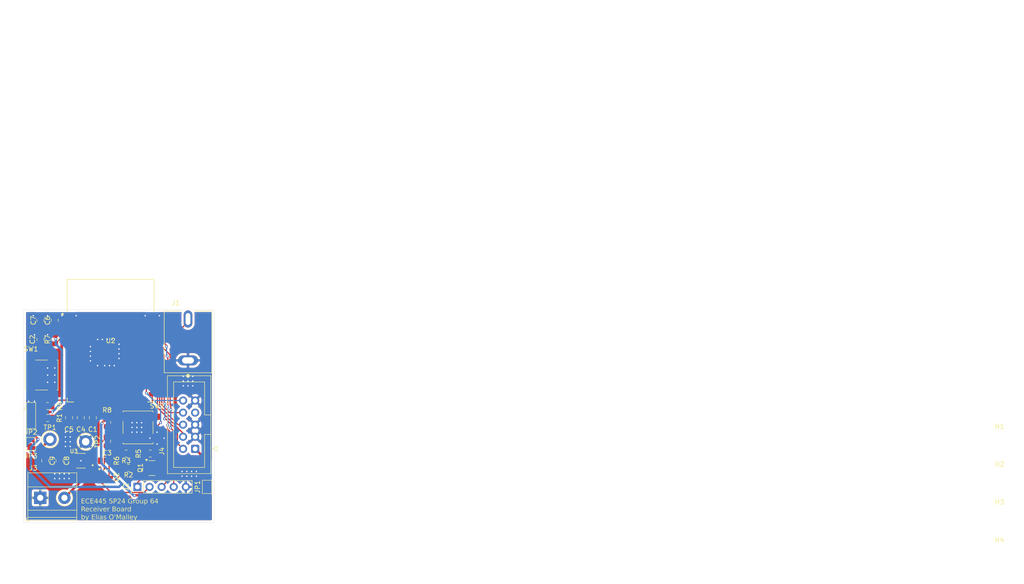
<source format=kicad_pcb>
(kicad_pcb (version 20240108) (generator "pcbnew") (generator_version "8.0")
  (layers (0 "F.Cu" signal) (31 "B.Cu" signal) (34 "B.Paste" user) (35 "F.Paste" user) (36 "B.SilkS" user "B.Silkscreen") (37 "F.SilkS" user "F.Silkscreen") (38 "B.Mask" user) (39 "F.Mask" user) (44 "Edge.Cuts" user))
  (net 0 "")
  (net 1 "GND")
  (net 2 "+BATT")
  (net 3 "/CHIP_PU")
  (net 4 "/GPIO0_STRAPPING")
  (net 5 "+3V3")
  (net 6 "Net-(JP3-A)")
  (net 7 "/DTR")
  (net 8 "/TX")
  (net 9 "/RTS")
  (net 10 "/RX")
  (net 11 "/MTMS")
  (net 12 "/MTDO")
  (net 13 "/MTDI")
  (net 14 "/MTCK")
  (net 15 "/CSV_OUT")
  (net 16 "Net-(JP2-C)")
  (net 17 "Net-(Q2-C)")
  (net 18 "Net-(Q2-B)")
  (net 20 "Net-(J4-VTref)")
  (net 21 "/GPIO46_STRAPPING")
  (net 22 "/GPIO3_STRAPPING")
  (net 23 "/GPIO5")
  (net 24 "/GPIO7")
  (net 25 "/GPIO48")
  (net 26 "/GPIO12")
  (net 27 "/GPIO45_STRAPPING")
  (net 28 "/GPIO11")
  (net 29 "/GPIO24")
  (net 30 "/GPIO9")
  (net 31 "/GPIO14")
  (net 32 "/GPIO18")
  (net 33 "/GPIO1")
  (net 34 "/GPIO17")
  (net 35 "/GPIO4")
  (net 36 "/GPIO8")
  (net 37 "/GPIO16")
  (net 38 "/GPIO15")
  (net 39 "/GPIO38")
  (net 40 "/GPIO10")
  (net 41 "/GPIO29")
  (net 42 "/GPIO37")
  (net 43 "/GPIO19")
  (net 44 "/GPIO20")
  (net 45 "/GPIO21")
  (net 46 "/GPIO23")
  (net 47 "/GPIO6")
  (net 48 "/GPIO28")
  (net 49 "Net-(Q1-C)")
  (net 50 "Net-(Q1-B)")
  (footprint "Capacitor_SMD:C_0805_2012Metric" (layer "F.Cu") (at 84.47 69.45 -90)
    (property "Reference" "C4" (at 2.45 -0.03 180) (layer "F.SilkS"))
    (property "Value" "10u")
    (pad "1" smd roundrect (at -0.95 0 270) (size 1 1.45) (layers "F.Cu" "F.Paste" "F.Mask") (net 2 "+BATT"))
    (pad "2" smd roundrect (at 0.95 0 270) (size 1 1.45) (layers "F.Cu" "F.Paste" "F.Mask") (net 1 "GND"))
  )
  (footprint "TerminalBlock_Phoenix:TerminalBlock_Phoenix_MKDS-1,5-2-5.08_1x02_P5.08mm_Horizontal" (layer "F.Cu") (at 75.955 86.305)
    (property "Reference" "J3" (at -1.455 -6.26 360) (layer "F.SilkS"))
    (property "Value" "Screw_Terminal_01x02")
    (pad "1" thru_hole rect (at 0 0) (size 2.6 2.6) (drill 1.3) (layers "*.Cu" "*.Mask") (net 1 "GND"))
    (pad "2" thru_hole circle (at 5.08 0) (size 2.6 2.6) (drill 1.3) (layers "*.Cu" "*.Mask") (net 2 "+BATT"))
  )
  (footprint "Capacitor_SMD:C_0805_2012Metric" (layer "F.Cu") (at 82 69.45 -90)
    (property "Reference" "C5" (at 2.45 0 180) (layer "F.SilkS"))
    (property "Value" "100n")
    (pad "1" smd roundrect (at -0.95 0 270) (size 1 1.45) (layers "F.Cu" "F.Paste" "F.Mask") (net 2 "+BATT"))
    (pad "2" smd roundrect (at 0.95 0 270) (size 1 1.45) (layers "F.Cu" "F.Paste" "F.Mask") (net 1 "GND"))
  )
  (footprint "Capacitor_SMD:C_0805_2012Metric" (layer "F.Cu") (at 79 48.95 90)
    (property "Reference" "C6" (at -0.05 -1.5 90) (layer "F.SilkS"))
    (property "Value" "10u")
    (pad "1" smd roundrect (at -0.95 0 90) (size 1 1.45) (layers "F.Cu" "F.Paste" "F.Mask") (net 5 "+3V3"))
    (pad "2" smd roundrect (at 0.95 0 90) (size 1 1.45) (layers "F.Cu" "F.Paste" "F.Mask") (net 1 "GND"))
  )
  (footprint "Resistor_SMD:R_0805_2012Metric" (layer "F.Cu") (at 94 77 180)
    (property "Reference" "R3" (at 0 -1.5 0) (layer "F.SilkS"))
    (property "Value" "10k")
    (pad "1" smd roundrect (at -0.9125 0 180) (size 1.025 1.4) (layers "F.Cu" "F.Paste" "F.Mask") (roundrect_rratio 0.243902) (net 9 "/RTS"))
    (pad "2" smd roundrect (at 0.9125 0 180) (size 1.025 1.4) (layers "F.Cu" "F.Paste" "F.Mask") (roundrect_rratio 0.243902) (net 18 "Net-(Q2-B)"))
  )
  (footprint "Resistor_SMD:R_0805_2012Metric" (layer "F.Cu") (at 77.5 69.5 180)
    (property "Reference" "R1" (at -2.5 0 270) (layer "F.SilkS"))
    (property "Value" "1k")
    (pad "1" smd roundrect (at -0.9125 0 180) (size 1.025 1.4) (layers "F.Cu" "F.Paste" "F.Mask") (roundrect_rratio 0.243902) (net 21 "/GPIO46_STRAPPING"))
    (pad "2" smd roundrect (at 0.9125 0 180) (size 1.025 1.4) (layers "F.Cu" "F.Paste" "F.Mask") (roundrect_rratio 0.243902) (net 5 "+3V3"))
  )
  (footprint "Resistor_SMD:R_0805_2012Metric" (layer "F.Cu") (at 77.5 67 180)
    (property "Reference" "R4" (at -2.5875 0 270) (layer "F.SilkS"))
    (property "Value" "1k")
    (pad "1" smd roundrect (at -0.9125 0 180) (size 1.025 1.4) (layers "F.Cu" "F.Paste" "F.Mask") (roundrect_rratio 0.243902) (net 22 "/GPIO3_STRAPPING"))
    (pad "2" smd roundrect (at 0.9125 0 180) (size 1.025 1.4) (layers "F.Cu" "F.Paste" "F.Mask") (roundrect_rratio 0.243902) (net 16 "Net-(JP2-C)"))
  )
  (footprint "Capacitor_SMD:C_0805_2012Metric" (layer "F.Cu") (at 77 78.5 90)
    (property "Reference" "C9" (at 0 1.5 90) (layer "F.SilkS"))
    (property "Value" "33u")
    (pad "1" smd roundrect (at -0.95 0 90) (size 1 1.45) (layers "F.Cu" "F.Paste" "F.Mask") (net 6 "Net-(JP3-A)"))
    (pad "2" smd roundrect (at 0.95 0 90) (size 1 1.45) (layers "F.Cu" "F.Paste" "F.Mask") (net 1 "GND"))
  )
  (footprint "csv_conn:SOT95P285X140-5N" (layer "F.Cu") (at 84.5 78.5 180)
    (property "Reference" "U3" (at 1.5 2 180) (layer "F.SilkS") (effects (font (size 0.80263 0.80263))))
    (property "Value" "AP2112K-3.3TRG1")
    (pad "1" smd roundrect (at -1.185 -0.95 90) (size 0.6 1.35) (layers "F.Cu" "F.Paste" "F.Mask") (roundrect_rratio 0.1) (net 2 "+BATT"))
    (pad "2" smd roundrect (at -1.185 0 90) (size 0.6 1.35) (layers "F.Cu" "F.Paste" "F.Mask") (roundrect_rratio 0.1) (net 1 "GND"))
    (pad "3" smd roundrect (at -1.185 0.95 90) (size 0.6 1.35) (layers "F.Cu" "F.Paste" "F.Mask") (roundrect_rratio 0.1) (net 2 "+BATT"))
    (pad "4" smd roundrect (at 1.185 0.95 90) (size 0.6 1.35) (layers "F.Cu" "F.Paste" "F.Mask") (roundrect_rratio 0.1))
    (pad "5" smd roundrect (at 1.185 -0.95 90) (size 0.6 1.35) (layers "F.Cu" "F.Paste" "F.Mask") (roundrect_rratio 0.1) (net 6 "Net-(JP3-A)"))
  )
  (footprint "Resistor_SMD:R_0805_2012Metric" (layer "F.Cu") (at 94.5 80)
    (property "Reference" "R2" (at 0 1.5 180) (layer "F.SilkS"))
    (property "Value" "10k")
    (pad "1" smd roundrect (at -0.9125 0) (size 1.025 1.4) (layers "F.Cu" "F.Paste" "F.Mask") (roundrect_rratio 0.243902) (net 7 "/DTR"))
    (pad "2" smd roundrect (at 0.9125 0) (size 1.025 1.4) (layers "F.Cu" "F.Paste" "F.Mask") (roundrect_rratio 0.243902) (net 50 "Net-(Q1-B)"))
  )
  (footprint "Resistor_SMD:R_0805_2012Metric" (layer "F.Cu") (at 90 70.4125 -90)
    (property "Reference" "R8" (at -2.55 0 180) (layer "F.SilkS"))
    (property "Value" "100k")
    (pad "1" smd roundrect (at -0.9125 0 270) (size 1.025 1.4) (layers "F.Cu" "F.Paste" "F.Mask") (roundrect_rratio 0.243902) (net 5 "+3V3"))
    (pad "2" smd roundrect (at 0.9125 0 270) (size 1.025 1.4) (layers "F.Cu" "F.Paste" "F.Mask") (roundrect_rratio 0.243902) (net 4 "/GPIO0_STRAPPING"))
  )
  (footprint "Connector_IDC:IDC-Header_2x05_P2.54mm_Vertical" (layer "F.Cu") (at 108.5 76 180)
    (property "Reference" "J4" (at 7 -0.5 -90) (layer "F.SilkS"))
    (property "Value" "Conn_ARM_JTAG_SWD_10")
    (pad "1" thru_hole roundrect (at 0 0 180) (size 1.7 1.7) (drill 1) (layers "*.Cu" "*.Mask") (roundrect_rratio 0.147059) (net 20 "Net-(J4-VTref)"))
    (pad "2" thru_hole circle (at 2.54 0 180) (size 1.7 1.7) (drill 1) (layers "*.Cu" "*.Mask") (net 11 "/MTMS"))
    (pad "3" thru_hole circle (at 0 2.54 180) (size 1.7 1.7) (drill 1) (layers "*.Cu" "*.Mask") (net 1 "GND"))
    (pad "4" thru_hole circle (at 2.54 2.54 180) (size 1.7 1.7) (drill 1) (layers "*.Cu" "*.Mask") (net 14 "/MTCK"))
    (pad "5" thru_hole circle (at 0 5.08 180) (size 1.7 1.7) (drill 1) (layers "*.Cu" "*.Mask") (net 1 "GND"))
    (pad "6" thru_hole circle (at 2.54 5.08 180) (size 1.7 1.7) (drill 1) (layers "*.Cu" "*.Mask") (net 12 "/MTDO"))
    (pad "7" thru_hole circle (at 0 7.62 180) (size 1.7 1.7) (drill 1) (layers "*.Cu" "*.Mask"))
    (pad "8" thru_hole circle (at 2.54 7.62 180) (size 1.7 1.7) (drill 1) (layers "*.Cu" "*.Mask") (net 13 "/MTDI"))
    (pad "9" thru_hole circle (at 0 10.16 180) (size 1.7 1.7) (drill 1) (layers "*.Cu" "*.Mask") (net 1 "GND"))
    (pad "10" thru_hole circle (at 2.54 10.16 180) (size 1.7 1.7) (drill 1) (layers "*.Cu" "*.Mask") (net 3 "/CHIP_PU"))
  )
  (footprint "Jumper:SolderJumper-2_P1.3mm_Open_TrianglePad1.0x1.5mm" (layer "F.Cu") (at 74 75 90)
    (property "Reference" "JP3" (at -2.5 0 0) (layer "F.SilkS"))
    (property "Value" "SolderJumper_2_Open")
    (pad "1" smd custom (at -0.725 0 90) (size 0.3 0.3) (layers "F.Cu" "F.Mask") (net 6 "Net-(JP3-A)") (options (clearance outline) (anchor rect)) (primitives (gr_poly (pts (xy 1 0) (xy 0.5 0.75) (xy -0.5 0.75) (xy -0.5 -0.75) (xy 0.5 -0.75)) (width 0) (fill yes))))
    (pad "2" smd custom (at 0.725 0 90) (size 0.3 0.3) (layers "F.Cu" "F.Mask") (net 5 "+3V3") (options (clearance outline) (anchor rect)) (primitives (gr_poly (pts (xy 0.5 0.75) (xy -0.65 0.75) (xy -0.15 0) (xy -0.65 -0.75) (xy 0.5 -0.75)) (width 0) (fill yes))))
  )
  (footprint "Jumper:SolderJumper-2_P1.3mm_Open_TrianglePad1.0x1.5mm" (layer "F.Cu") (at 111 84 90)
    (property "Reference" "JP1" (at 0 -2 270) (layer "F.SilkS"))
    (property "Value" "SolderJumper_2_Open")
    (pad "1" smd custom (at -0.725 0 90) (size 0.3 0.3) (layers "F.Cu" "F.Mask") (net 5 "+3V3") (options (clearance outline) (anchor rect)) (primitives (gr_poly (pts (xy 1 0) (xy 0.5 0.75) (xy -0.5 0.75) (xy -0.5 -0.75) (xy 0.5 -0.75)) (width 0) (fill yes))))
    (pad "2" smd custom (at 0.725 0 90) (size 0.3 0.3) (layers "F.Cu" "F.Mask") (net 20 "Net-(J4-VTref)") (options (clearance outline) (anchor rect)) (primitives (gr_poly (pts (xy 0.5 0.75) (xy -0.65 0.75) (xy -0.15 0) (xy -0.65 -0.75) (xy 0.5 -0.75)) (width 0) (fill yes))))
  )
  (footprint "Resistor_SMD:R_0805_2012Metric" (layer "F.Cu") (at 79 53 -90)
    (property "Reference" "R7" (at 0 1.5 -90) (layer "F.SilkS"))
    (property "Value" "100k")
    (pad "1" smd roundrect (at -0.9125 0 270) (size 1.025 1.4) (layers "F.Cu" "F.Paste" "F.Mask") (roundrect_rratio 0.243902) (net 5 "+3V3"))
    (pad "2" smd roundrect (at 0.9125 0 270) (size 1.025 1.4) (layers "F.Cu" "F.Paste" "F.Mask") (roundrect_rratio 0.243902) (net 3 "/CHIP_PU"))
  )
  (footprint "Capacitor_SMD:C_0805_2012Metric" (layer "F.Cu") (at 76 49 90)
    (property "Reference" "C7" (at 0 -1.5 -90) (layer "F.SilkS"))
    (property "Value" "100n")
    (pad "1" smd roundrect (at -0.95 0 90) (size 1 1.45) (layers "F.Cu" "F.Paste" "F.Mask") (net 5 "+3V3"))
    (pad "2" smd roundrect (at 0.95 0 90) (size 1 1.45) (layers "F.Cu" "F.Paste" "F.Mask") (net 1 "GND"))
  )
  (footprint "Capacitor_SMD:C_0805_2012Metric" (layer "F.Cu") (at 76 53 90)
    (property "Reference" "C2" (at 0 -1.68 -90) (layer "F.SilkS"))
    (property "Value" "1u")
    (pad "1" smd roundrect (at -0.95 0 90) (size 1 1.45) (layers "F.Cu" "F.Paste" "F.Mask") (net 3 "/CHIP_PU"))
    (pad "2" smd roundrect (at 0.95 0 90) (size 1 1.45) (layers "F.Cu" "F.Paste" "F.Mask") (net 1 "GND"))
  )
  (footprint "Button_Switch_SMD:SW_SPST_B3S-1000" (layer "F.Cu") (at 96.5 71.5 180)
    (property "Reference" "SW2" (at -4 4.5 0) (layer "F.SilkS"))
    (property "Value" "SW_Push")
    (pad "1" smd rect (at -3.975 -2.25 180) (size 1.55 1.3) (layers "F.Cu" "F.Paste" "F.Mask") (net 1 "GND"))
    (pad "1" smd rect (at 3.975 -2.25 180) (size 1.55 1.3) (layers "F.Cu" "F.Paste" "F.Mask") (net 1 "GND"))
    (pad "2" smd rect (at -3.975 2.25 180) (size 1.55 1.3) (layers "F.Cu" "F.Paste" "F.Mask") (net 4 "/GPIO0_STRAPPING"))
    (pad "2" smd rect (at 3.975 2.25 180) (size 1.55 1.3) (layers "F.Cu" "F.Paste" "F.Mask") (net 4 "/GPIO0_STRAPPING"))
  )
  (footprint "MountingHole:MountingHole_3.2mm_M3" (layer "F.Cu") (at 277.5 91.4)
    (property "Reference" "H3" (at 0 -4.2 0) (layer "F.SilkS"))
    (property "Value" "MountingHole")
    (pad "" np_thru_hole circle (at 0 0) (size 3.2 3.2) (drill 3.2) (layers "*.Cu" "*.Mask"))
  )
  (footprint "Capacitor_SMD:C_0805_2012Metric" (layer "F.Cu") (at 90 74.4125 -90)
    (property "Reference" "C3" (at 2.45 0 180) (layer "F.SilkS"))
    (property "Value" "1u")
    (pad "1" smd roundrect (at -0.95 0 270) (size 1 1.45) (layers "F.Cu" "F.Paste" "F.Mask") (net 4 "/GPIO0_STRAPPING"))
    (pad "2" smd roundrect (at 0.95 0 270) (size 1 1.45) (layers "F.Cu" "F.Paste" "F.Mask") (net 1 "GND"))
  )
  (footprint "Button_Switch_SMD:SW_SPST_B3S-1000" (layer "F.Cu") (at 76.25 60.475 -90)
    (property "Reference" "SW1" (at -5.475 2.25 180) (layer "F.SilkS"))
    (property "Value" "SW_Push")
    (pad "1" smd rect (at -3.975 -2.25 270) (size 1.55 1.3) (layers "F.Cu" "F.Paste" "F.Mask") (net 1 "GND"))
    (pad "1" smd rect (at 3.975 -2.25 270) (size 1.55 1.3) (layers "F.Cu" "F.Paste" "F.Mask") (net 1 "GND"))
    (pad "2" smd rect (at -3.975 2.25 270) (size 1.55 1.3) (layers "F.Cu" "F.Paste" "F.Mask") (net 3 "/CHIP_PU"))
    (pad "2" smd rect (at 3.975 2.25 270) (size 1.55 1.3) (layers "F.Cu" "F.Paste" "F.Mask") (net 3 "/CHIP_PU"))
  )
  (footprint "csv_conn:CUI_RCJ-054" (layer "F.Cu") (at 107 52)
    (property "Reference" "J1" (at -2.54665 -6.69173 0) (layer "F.SilkS") (effects (font (size 1.007039 1.007039))))
    (property "Value" "RCJ-054")
    (pad "1" thru_hole oval (at 0 5.4) (size 4.2 2.1) (drill oval 2.5 1.3) (layers "*.Cu" "*.Mask") (net 1 "GND"))
    (pad "2" thru_hole oval (at 0 -3.3) (size 1.8 3.6) (drill oval 1 2.5) (layers "*.Cu" "*.Mask") (net 15 "/CSV_OUT"))
  )
  (footprint "local_footprints:ESP32-S3-WROOM-1_EXP" (layer "F.Cu") (at 90.75 53.26)
    (property "Reference" "U2" (at 0 0 0) (layer "F.SilkS"))
    (property "Value" "ESP32-S3-WROOM-1-N16R2")
    (fp_text user "*" (at -10.1343 -5.26 0) (layer "F.SilkS"))
    (fp_text user "*" (at -10.1343 -5.26 0) (layer "F.SilkS"))
    (pad "1" smd rect (at -8.75 -5.26) (size 1.4986 0.889) (layers "F.Cu" "F.Paste" "F.Mask") (net 1 "GND"))
    (pad "2" smd rect (at -8.75 -3.99) (size 1.4986 0.889) (layers "F.Cu" "F.Paste" "F.Mask") (net 5 "+3V3"))
    (pad "3" smd rect (at -8.75 -2.72) (size 1.4986 0.889) (layers "F.Cu" "F.Paste" "F.Mask") (net 3 "/CHIP_PU"))
    (pad "4" smd rect (at -8.75 -1.45) (size 1.4986 0.889) (layers "F.Cu" "F.Paste" "F.Mask") (net 35 "/GPIO4"))
    (pad "5" smd rect (at -8.75 -0.18) (size 1.4986 0.889) (layers "F.Cu" "F.Paste" "F.Mask") (net 23 "/GPIO5"))
    (pad "6" smd rect (at -8.75 1.09) (size 1.4986 0.889) (layers "F.Cu" "F.Paste" "F.Mask") (net 47 "/GPIO6"))
    (pad "7" smd rect (at -8.75 2.36) (size 1.4986 0.889) (layers "F.Cu" "F.Paste" "F.Mask") (net 24 "/GPIO7"))
    (pad "8" smd rect (at -8.75 3.63) (size 1.4986 0.889) (layers "F.Cu" "F.Paste" "F.Mask") (net 38 "/GPIO15"))
    (pad "9" smd rect (at -8.75 4.9) (size 1.4986 0.889) (layers "F.Cu" "F.Paste" "F.Mask") (net 37 "/GPIO16"))
    (pad "10" smd rect (at -8.75 6.17) (size 1.4986 0.889) (layers "F.Cu" "F.Paste" "F.Mask") (net 34 "/GPIO17"))
    (pad "11" smd rect (at -8.75 7.44) (size 1.4986 0.889) (layers "F.Cu" "F.Paste" "F.Mask") (net 32 "/GPIO18"))
    (pad "12" smd rect (at -8.75 8.71) (size 1.4986 0.889) (layers "F.Cu" "F.Paste" "F.Mask") (net 36 "/GPIO8"))
    (pad "13" smd rect (at -8.75 9.98) (size 1.4986 0.889) (layers "F.Cu" "F.Paste" "F.Mask") (net 43 "/GPIO19"))
    (pad "14" smd rect (at -8.75 11.25) (size 1.4986 0.889) (layers "F.Cu" "F.Paste" "F.Mask") (net 44 "/GPIO20"))
    (pad "15" smd rect (at -6.985 12.5 90) (size 1.4986 0.889) (layers "F.Cu" "F.Paste" "F.Mask") (net 22 "/GPIO3_STRAPPING"))
    (pad "16" smd rect (at -5.715 12.5 90) (size 1.4986 0.889) (layers "F.Cu" "F.Paste" "F.Mask") (net 21 "/GPIO46_STRAPPING"))
    (pad "17" smd rect (at -4.445 12.5 90) (size 1.4986 0.889) (layers "F.Cu" "F.Paste" "F.Mask") (net 30 "/GPIO9"))
    (pad "18" smd rect (at -3.175 12.5 90) (size 1.4986 0.889) (layers "F.Cu" "F.Paste" "F.Mask") (net 40 "/GPIO10"))
    (pad "19" smd rect (at -1.905 12.5 90) (size 1.4986 0.889) (layers "F.Cu" "F.Paste" "F.Mask") (net 28 "/GPIO11"))
    (pad "20" smd rect (at -0.635 12.5 90) (size 1.4986 0.889) (layers "F.Cu" "F.Paste" "F.Mask") (net 26 "/GPIO12"))
    (pad "21" smd rect (at 0.635 12.5 90) (size 1.4986 0.889) (layers "F.Cu" "F.Paste" "F.Mask") (net 45 "/GPIO21"))
    (pad "22" smd rect (at 1.905 12.5 90) (size 1.4986 0.889) (layers "F.Cu" "F.Paste" "F.Mask") (net 31 "/GPIO14"))
    (pad "23" smd rect (at 3.175 12.5 90) (size 1.4986 0.889) (layers "F.Cu" "F.Paste" "F.Mask") (net 46 "/GPIO23"))
    (pad "24" smd rect (at 4.445 12.5 90) (size 1.4986 0.889) (layers "F.Cu" "F.Paste" "F.Mask") (net 29 "/GPIO24"))
    (pad "25" smd rect (at 5.715 12.5 90) (size 1.4986 0.889) (layers "F.Cu" "F.Paste" "F.Mask") (net 25 "/GPIO48"))
    (pad "26" smd rect (at 6.985 12.5 90) (size 1.4986 0.889) (layers "F.Cu" "F.Paste" "F.Mask") (net 27 "/GPIO45_STRAPPING"))
    (pad "27" smd rect (at 8.75 11.25) (size 1.4986 0.889) (layers "F.Cu" "F.Paste" "F.Mask") (net 4 "/GPIO0_STRAPPING"))
    (pad "28" smd rect (at 8.75 9.98) (size 1.4986 0.889) (layers "F.Cu" "F.Paste" "F.Mask") (net 48 "/GPIO28"))
    (pad "29" smd rect (at 8.75 8.71) (size 1.4986 0.889) (layers "F.Cu" "F.Paste" "F.Mask") (net 41 "/GPIO29"))
    (pad "30" smd rect (at 8.75 7.44) (size 1.4986 0.889) (layers "F.Cu" "F.Paste" "F.Mask") (net 42 "/GPIO37"))
    (pad "31" smd rect (at 8.75 6.17) (size 1.4986 0.889) (layers "F.Cu" "F.Paste" "F.Mask") (net 39 "/GPIO38"))
    (pad "32" smd rect (at 8.75 4.9) (size 1.4986 0.889) (layers "F.Cu" "F.Paste" "F.Mask") (net 14 "/MTCK"))
    (pad "33" smd rect (at 8.75 3.63) (size 1.4986 0.889) (layers "F.Cu" "F.Paste" "F.Mask") (net 12 "/MTDO"))
    (pad "34" smd rect (at 8.75 2.36) (size 1.4986 0.889) (layers "F.Cu" "F.Paste" "F.Mask") (net 13 "/MTDI"))
    (pad "35" smd rect (at 8.75 1.09) (size 1.4986 0.889) (layers "F.Cu" "F.Paste" "F.Mask") (net 11 "/MTMS"))
    (pad "36" smd rect (at 8.75 -0.18) (size 1.4986 0.889) (layers "F.Cu" "F.Paste" "F.Mask") (net 10 "/RX"))
    (pad "37" smd rect (at 8.75 -1.45) (size 1.4986 0.889) (layers "F.Cu" "F.Paste" "F.Mask") (net 8 "/TX"))
    (pad "38" smd rect (at 8.75 -2.72) (size 1.4986 0.889) (layers "F.Cu" "F.Paste" "F.Mask") (net 15 "/CSV_OUT"))
    (pad "39" smd rect (at 8.75 -3.99) (size 1.4986 0.889) (layers "F.Cu" "F.Paste" "F.Mask") (net 33 "/GPIO1"))
    (pad "40" smd rect (at 8.75 -5.26) (size 1.4986 0.889) (layers "F.Cu" "F.Paste" "F.Mask") (net 1 "GND"))
    (pad "41" smd rect (at -1.25 2.46) (size 0.889 0.889) (layers "F.Cu" "F.Paste" "F.Mask") (net 1 "GND"))
    (pad "42" smd rect (at -1.25 1.06) (size 0.889 0.889) (layers "F.Cu" "F.Paste" "F.Mask") (net 1 "GND"))
    (pad "43" smd rect (at -2.65 1.06) (size 0.889 0.889) (layers "F.Cu" "F.Paste" "F.Mask") (net 1 "GND"))
    (pad "44" smd rect (at -2.65 2.46) (size 0.889 0.889) (layers "F.Cu" "F.Paste" "F.Mask") (net 1 "GND"))
    (pad "45" smd rect (at -2.65 3.86) (size 0.889 0.889) (layers "F.Cu" "F.Paste" "F.Mask") (net 1 "GND"))
    (pad "46" smd rect (at -1.25 3.86) (size 0.889 0.889) (layers "F.Cu" "F.Paste" "F.Mask") (net 1 "GND"))
    (pad "47" smd rect (at 0.15 3.86) (size 0.889 0.889) (layers "F.Cu" "F.Paste" "F.Mask") (net 1 "GND"))
    (pad "48" smd rect (at 0.15 2.46) (size 0.889 0.889) (layers "F.Cu" "F.Paste" "F.Mask") (net 1 "GND"))
    (pad "49" smd rect (at 0.15 1.06) (size 0.889 0.889) (layers "F.Cu" "F.Paste" "F.Mask") (net 1 "GND"))
  )
  (footprint "MountingHole:MountingHole_3.2mm_M3" (layer "F.Cu") (at 277.5 83.45)
    (property "Reference" "H2" (at 0 -4.2 0) (layer "F.SilkS"))
    (property "Value" "MountingHole")
    (pad "" np_thru_hole circle (at 0 0) (size 3.2 3.2) (drill 3.2) (layers "*.Cu" "*.Mask"))
  )
  (footprint "Capacitor_SMD:C_0805_2012Metric" (layer "F.Cu") (at 80 78.5 90)
    (property "Reference" "C8" (at 0 1.5 90) (layer "F.SilkS"))
    (property "Value" "33u")
    (pad "1" smd roundrect (at -0.95 0 90) (size 1 1.45) (layers "F.Cu" "F.Paste" "F.Mask") (net 6 "Net-(JP3-A)"))
    (pad "2" smd roundrect (at 0.95 0 90) (size 1 1.45) (layers "F.Cu" "F.Paste" "F.Mask") (net 1 "GND"))
  )
  (footprint "MountingHole:MountingHole_3.2mm_M3" (layer "F.Cu") (at 277.5 75.5)
    (property "Reference" "H1" (at 0 -4.2 0) (layer "F.SilkS"))
    (property "Value" "MountingHole")
    (pad "" np_thru_hole circle (at 0 0) (size 3.2 3.2) (drill 3.2) (layers "*.Cu" "*.Mask"))
  )
  (footprint "TestPoint:TestPoint_Keystone_5010-5014_Multipurpose" (layer "F.Cu") (at 78 74 180)
    (property "Reference" "TP1" (at 0 2.5 0) (layer "F.SilkS"))
    (property "Value" "TestPoint")
    (pad "1" thru_hole circle (at 0 0 180) (size 2.8 2.8) (drill 1.6) (layers "*.Cu" "*.Mask") (net 6 "Net-(JP3-A)"))
  )
  (footprint "Package_TO_SOT_SMD:SOT-23" (layer "F.Cu") (at 99.4375 80.05)
    (property "Reference" "Q1" (at -2.4375 -0.05 90) (layer "F.SilkS"))
    (property "Value" "SS8050-G")
    (pad "1" smd roundrect (at -0.9375 -0.95) (size 1.475 0.6) (layers "F.Cu" "F.Paste" "F.Mask") (net 50 "Net-(Q1-B)"))
    (pad "2" smd roundrect (at -0.9375 0.95) (size 1.475 0.6) (layers "F.Cu" "F.Paste" "F.Mask") (net 9 "/RTS"))
    (pad "3" smd roundrect (at 0.9375 0) (size 1.475 0.6) (layers "F.Cu" "F.Paste" "F.Mask") (net 49 "Net-(Q1-C)"))
  )
  (footprint "Resistor_SMD:R_0805_2012Metric" (layer "F.Cu") (at 89.5 78.5 180)
    (property "Reference" "R6" (at -2.5 0 -90) (layer "F.SilkS"))
    (property "Value" "10k")
    (pad "1" smd roundrect (at -0.9125 0 180) (size 1.025 1.4) (layers "F.Cu" "F.Paste" "F.Mask") (roundrect_rratio 0.243902) (net 17 "Net-(Q2-C)"))
    (pad "2" smd roundrect (at 0.9125 0 180) (size 1.025 1.4) (layers "F.Cu" "F.Paste" "F.Mask") (roundrect_rratio 0.243902) (net 4 "/GPIO0_STRAPPING"))
  )
  (footprint "Connector_PinHeader_2.54mm:PinHeader_1x05_P2.54mm_Vertical" (layer "F.Cu") (at 96.38 84 90)
    (property "Reference" "J2" (at 0 -2.38 90) (layer "F.SilkS"))
    (property "Value" "Conn_01x05_Female")
    (pad "1" thru_hole rect (at 0 0 90) (size 1.7 1.7) (drill 1) (layers "*.Cu" "*.Mask") (net 9 "/RTS"))
    (pad "2" thru_hole oval (at 0 2.54 90) (size 1.7 1.7) (drill 1) (layers "*.Cu" "*.Mask") (net 7 "/DTR"))
    (pad "3" thru_hole oval (at 0 5.08 90) (size 1.7 1.7) (drill 1) (layers "*.Cu" "*.Mask") (net 8 "/TX"))
    (pad "4" thru_hole oval (at 0 7.62 90) (size 1.7 1.7) (drill 1) (layers "*.Cu" "*.Mask") (net 10 "/RX"))
    (pad "5" thru_hole oval (at 0 10.16 90) (size 1.7 1.7) (drill 1) (layers "*.Cu" "*.Mask") (net 1 "GND"))
  )
  (footprint "MountingHole:MountingHole_3.2mm_M3" (layer "F.Cu") (at 277.5 99.35)
    (property "Reference" "H4" (at 0 -4.2 0) (layer "F.SilkS"))
    (property "Value" "MountingHole")
    (pad "" np_thru_hole circle (at 0 0) (size 3.2 3.2) (drill 3.2) (layers "*.Cu" "*.Mask"))
  )
  (footprint "Resistor_SMD:R_0805_2012Metric" (layer "F.Cu") (at 99.0875 77 180)
    (property "Reference" "R5" (at 2.5 0 270) (layer "F.SilkS"))
    (property "Value" "10k")
    (pad "1" smd roundrect (at -0.9125 0 180) (size 1.025 1.4) (layers "F.Cu" "F.Paste" "F.Mask") (roundrect_rratio 0.243902) (net 49 "Net-(Q1-C)"))
    (pad "2" smd roundrect (at 0.9125 0 180) (size 1.025 1.4) (layers "F.Cu" "F.Paste" "F.Mask") (roundrect_rratio 0.243902) (net 3 "/CHIP_PU"))
  )
  (footprint "Package_TO_SOT_SMD:SOT-23" (layer "F.Cu") (at 89.5625 82)
    (property "Reference" "Q2" (at 2.4375 -0.0625 90) (layer "F.SilkS"))
    (property "Value" "SS8050-G")
    (pad "1" smd roundrect (at -0.9375 -0.95) (size 1.475 0.6) (layers "F.Cu" "F.Paste" "F.Mask") (net 18 "Net-(Q2-B)"))
    (pad "2" smd roundrect (at -0.9375 0.95) (size 1.475 0.6) (layers "F.Cu" "F.Paste" "F.Mask") (net 7 "/DTR"))
    (pad "3" smd roundrect (at 0.9375 0) (size 1.475 0.6) (layers "F.Cu" "F.Paste" "F.Mask") (net 17 "Net-(Q2-C)"))
  )
  (footprint "Capacitor_SMD:C_0805_2012Metric" (layer "F.Cu") (at 87 69.45 -90)
    (property "Reference" "C1" (at 2.45 0 180) (layer "F.SilkS"))
    (property "Value" "10u")
    (pad "1" smd roundrect (at -0.95 0 270) (size 1 1.45) (layers "F.Cu" "F.Paste" "F.Mask") (net 2 "+BATT"))
    (pad "2" smd roundrect (at 0.95 0 270) (size 1 1.45) (layers "F.Cu" "F.Paste" "F.Mask") (net 1 "GND"))
  )
  (footprint "Jumper:SolderJumper-3_P2.0mm_Open_TrianglePad1.0x1.5mm" (layer "F.Cu") (at 74 69 -90)
    (property "Reference" "JP2" (at 3.5 0 180) (layer "F.SilkS"))
    (property "Value" "SolderJumper_3_Open")
    (pad "1" smd custom (at -2 0 270) (size 0.3 0.3) (layers "F.Cu" "F.Mask") (net 1 "GND") (options (clearance outline) (anchor rect)) (primitives (gr_poly (pts (xy 1 0) (xy 0.5 0.75) (xy -0.5 0.75) (xy -0.5 -0.75) (xy 0.5 -0.75)) (width 0) (fill yes))))
    (pad "2" smd custom (at 0 0 270) (size 0.3 0.3) (layers "F.Cu") (net 16 "Net-(JP2-C)") (options (clearance outline) (anchor rect)) (primitives (gr_poly (pts (xy 0.7 0) (xy 1.2 0.75) (xy -1.2 0.75) (xy -0.7 0) (xy -1.2 -0.75) (xy 1.2 -0.75)) (width 0) (fill yes))))
    (pad "3" smd custom (at 2 0 90) (size 0.3 0.3) (layers "F.Cu" "F.Mask") (net 5 "+3V3") (options (clearance outline) (anchor rect)) (primitives (gr_poly (pts (xy 1 0) (xy 0.5 0.75) (xy -0.5 0.75) (xy -0.5 -0.75) (xy 0.5 -0.75)) (width 0) (fill yes))))
  )
  (footprint "TestPoint:TestPoint_Keystone_5010-5014_Multipurpose" (layer "F.Cu") (at 85.5 74.5)
    (property "Reference" "TP2" (at 2.5 0 90) (layer "F.SilkS"))
    (property "Value" "TestPoint")
    (pad "1" thru_hole circle (at 0 0) (size 2.8 2.8) (drill 1.6) (layers "*.Cu" "*.Mask") (net 1 "GND"))
  )
  (gr_rect (start 72.5 46.75) (end 112.5 91.5) (stroke (width 0.05)) (fill none) (layer "Edge.Cuts"))
  (gr_text "ECE445 SP24 Group 64 \nReceiver Board\nby Elias O'Malley" (at 84.5 91 0) (layer "F.SilkS") (effects (font (size 1 1) (thickness 0.1)) (justify left bottom)))
  (via (at 95.25 70.5) (size 0.6) (drill 0.3) (layers "F.Cu" "B.Cu") (net 1))
  (via (at 91.5 58.5) (size 0.6) (drill 0.3) (layers "F.Cu" "B.Cu") (net 1))
  (via (at 82 81.25) (size 0.6) (drill 0.3) (layers "F.Cu" "B.Cu") (net 1))
  (via (at 108.75 80.75) (size 0.6) (drill 0.3) (layers "F.Cu" "B.Cu") (net 1))
  (via (at 90 53) (size 0.6) (drill 0.3) (layers "F.Cu" "B.Cu") (net 1))
  (via (at 83.5 48) (size 0.6) (drill 0.3) (layers "F.Cu" "B.Cu") (net 1))
  (via (at 100.5 75) (size 0.6) (drill 0.3) (layers "F.Cu" "B.Cu") (net 1))
  (via (at 106 61.75) (size 0.6) (drill 0.3) (layers "F.Cu" "B.Cu") (net 1))
  (via (at 74.75 52) (size 0.6) (drill 0.3) (layers "F.Cu" "B.Cu") (net 1))
  (via (at 97.25 71.5) (size 0.6) (drill 0.3) (layers "F.Cu" "B.Cu") (net 1))
  (via (at 77.5 48) (size 0.6) (drill 0.3) (layers "F.Cu" "B.Cu") (net 1))
  (via (at 91 53) (size 0.6) (drill 0.3) (layers "F.Cu" "B.Cu") (net 1))
  (via (at 107 61.75) (size 0.6) (drill 0.3) (layers "F.Cu" "B.Cu") (net 1))
  (via (at 96.25 71.5) (size 0.6) (drill 0.3) (layers "F.Cu" "B.Cu") (net 1))
  (via (at 81 82.25) (size 0.6) (drill 0.3) (layers "F.Cu" "B.Cu") (net 1))
  (via (at 80.5 48) (size 0.6) (drill 0.3) (layers "F.Cu" "B.Cu") (net 1))
  (via (at 86.5 56.5) (size 0.6) (drill 0.3) (layers "F.Cu" "B.Cu") (net 1))
  (via (at 79 59) (size 0.6) (drill 0.3) (layers "F.Cu" "B.Cu") (net 1))
  (via (at 84.5 78.5) (size 0.6) (drill 0.3) (layers "F.Cu" "B.Cu") (net 1))
  (via (at 98 48) (size 0.6) (drill 0.3) (layers "F.Cu" "B.Cu") (net 1))
  (via (at 106.75 80.75) (size 0.6) (drill 0.3) (layers "F.Cu" "B.Cu") (net 1))
  (via (at 79 82.25) (size 0.6) (drill 0.3) (layers "F.Cu" "B.Cu") (net 1))
  (via (at 90.5 58.5) (size 0.6) (drill 0.3) (layers "F.Cu" "B.Cu") (net 1))
  (via (at 101 48) (size 0.6) (drill 0.3) (layers "F.Cu" "B.Cu") (net 1))
  (via (at 96.25 72.5) (size 0.6) (drill 0.3) (layers "F.Cu" "B.Cu") (net 1))
  (via (at 106.75 81.75) (size 0.6) (drill 0.3) (layers "F.Cu" "B.Cu") (net 1))
  (via (at 81.25 75.5) (size 0.6) (drill 0.3) (layers "F.Cu" "B.Cu") (net 1))
  (via (at 92.5 56) (size 0.6) (drill 0.3) (layers "F.Cu" "B.Cu") (net 1))
  (via (at 105.75 80.75) (size 0.6) (drill 0.3) (layers "F.Cu" "B.Cu") (net 1))
  (via (at 107 60.75) (size 0.6) (drill 0.3) (layers "F.Cu" "B.Cu") (net 1))
  (via (at 107.75 80.75) (size 0.6) (drill 0.3) (layers "F.Cu" "B.Cu") (net 1))
  (via (at 81.25 73.5) (size 0.6) (drill 0.3) (layers "F.Cu" "B.Cu") (net 1))
  (via (at 97.25 70.5) (size 0.6) (drill 0.3) (layers "F.Cu" "B.Cu") (net 1))
  (via (at 82.25 72.5) (size 0.6) (drill 0.3) (layers "F.Cu" "B.Cu") (net 1))
  (via (at 107.75 81.75) (size 0.6) (drill 0.3) (layers "F.Cu" "B.Cu") (net 1))
  (via (at 92.5 54) (size 0.6) (drill 0.3) (layers "F.Cu" "B.Cu") (net 1))
  (via (at 79 60.5) (size 0.6) (drill 0.3) (layers "F.Cu" "B.Cu") (net 1))
  (via (at 73.5 66) (size 0.6) (drill 0.3) (layers "F.Cu" "B.Cu") (net 1))
  (via (at 105.75 81.75) (size 0.6) (drill 0.3) (layers "F.Cu" "B.Cu") (net 1))
  (via (at 100.5 72.5) (size 0.6) (drill 0.3) (layers "F.Cu" "B.Cu") (net 1))
  (via (at 108 62.75) (size 0.6) (drill 0.3) (layers "F.Cu" "B.Cu") (net 1))
  (via (at 74.5 48) (size 0.6) (drill 0.3) (layers "F.Cu" "B.Cu") (net 1))
  (via (at 74.75 66) (size 0.6) (drill 0.3) (layers "F.Cu" "B.Cu") (net 1))
  (via (at 80 81.25) (size 0.6) (drill 0.3) (layers "F.Cu" "B.Cu") (net 1))
  (via (at 82.25 74.5) (size 0.6) (drill 0.3) (layers "F.Cu" "B.Cu") (net 1))
  (via (at 95.25 72.5) (size 0.6) (drill 0.3) (layers "F.Cu" "B.Cu") (net 1))
  (via (at 81.25 72.5) (size 0.6) (drill 0.3) (layers "F.Cu" "B.Cu") (net 1))
  (via (at 79 81.25) (size 0.6) (drill 0.3) (layers "F.Cu" "B.Cu") (net 1))
  (via (at 89 53) (size 0.6) (drill 0.3) (layers "F.Cu" "B.Cu") (net 1))
  (via (at 102 73.75) (size 0.6) (drill 0.3) (layers "F.Cu" "B.Cu") (net 1))
  (via (at 82.25 73.5) (size 0.6) (drill 0.3) (layers "F.Cu" "B.Cu") (net 1))
  (via (at 89.5 58.5) (size 0.6) (drill 0.3) (layers "F.Cu" "B.Cu") (net 1))
  (via (at 99 73.75) (size 0.6) (drill 0.3) (layers "F.Cu" "B.Cu") (net 1))
  (via (at 86.5 57.5) (size 0.6) (drill 0.3) (layers "F.Cu" "B.Cu") (net 1))
  (via (at 82 82.25) (size 0.6) (drill 0.3) (layers "F.Cu" "B.Cu") (net 1))
  (via (at 106 60.75) (size 0.6) (drill 0.3) (layers "F.Cu" "B.Cu") (net 1))
  (via (at 107 62.75) (size 0.6) (drill 0.3) (layers "F.Cu" "B.Cu") (net 1))
  (via (at 92.5 55) (size 0.6) (drill 0.3) (layers "F.Cu" "B.Cu") (net 1))
  (via (at 95.25 71.5) (size 0.6) (drill 0.3) (layers "F.Cu" "B.Cu") (net 1))
  (via (at 86.5 55.5) (size 0.6) (drill 0.3) (layers "F.Cu" "B.Cu") (net 1))
  (via (at 77.5 52) (size 0.6) (drill 0.3) (layers "F.Cu" "B.Cu") (net 1))
  (via (at 77.5 60.5) (size 0.6) (drill 0.3) (layers "F.Cu" "B.Cu") (net 1))
  (via (at 97.25 72.5) (size 0.6) (drill 0.3) (layers "F.Cu" "B.Cu") (net 1))
  (via (at 81 81.25) (size 0.6) (drill 0.3) (layers "F.Cu" "B.Cu") (net 1))
  (via (at 82.25 75.5) (size 0.6) (drill 0.3) (layers "F.Cu" "B.Cu") (net 1))
  (via (at 79 62) (size 0.6) (drill 0.3) (layers "F.Cu" "B.Cu") (net 1))
  (via (at 88 53) (size 0.6) (drill 0.3) (layers "F.Cu" "B.Cu") (net 1))
  (via (at 81.25 74.5) (size 0.6) (drill 0.3) (layers "F.Cu" "B.Cu") (net 1))
  (via (at 86.5 54.5) (size 0.6) (drill 0.3) (layers "F.Cu" "B.Cu") (net 1))
  (via (at 108 61.75) (size 0.6) (drill 0.3) (layers "F.Cu" "B.Cu") (net 1))
  (via (at 108.75 81.75) (size 0.6) (drill 0.3) (layers "F.Cu" "B.Cu") (net 1))
  (via (at 108 60.75) (size 0.6) (drill 0.3) (layers "F.Cu" "B.Cu") (net 1))
  (via (at 106 62.75) (size 0.6) (drill 0.3) (layers "F.Cu" "B.Cu") (net 1))
  (via (at 77.5 59) (size 0.6) (drill 0.3) (layers "F.Cu" "B.Cu") (net 1))
  (via (at 88 58.5) (size 0.6) (drill 0.3) (layers "F.Cu" "B.Cu") (net 1))
  (via (at 92.5 57) (size 0.6) (drill 0.3) (layers "F.Cu" "B.Cu") (net 1))
  (via (at 80 82.25) (size 0.6) (drill 0.3) (layers "F.Cu" "B.Cu") (net 1))
  (via (at 77.5 62) (size 0.6) (drill 0.3) (layers "F.Cu" "B.Cu") (net 1))
  (via (at 96.25 70.5) (size 0.6) (drill 0.3) (layers "F.Cu" "B.Cu") (net 1))
  (segment (start 85.685 79.45) (end 86.359999 79.45) (width 0.508) (layer "F.Cu") (net 2))
  (segment (start 87 68.5) (end 88.179 69.679) (width 0.508) (layer "F.Cu") (net 2))
  (segment (start 82 68.5) (end 84.47 68.5) (width 0.508) (layer "F.Cu") (net 2))
  (segment (start 86.359999 77.55) (end 85.685 77.55) (width 0.508) (layer "F.Cu") (net 2))
  (segment (start 87 68.5) (end 84.47 68.5) (width 0.508) (layer "F.Cu") (net 2))
  (segment (start 87 68.5) (end 87 68.641658) (width 0.508) (layer "F.Cu") (net 2))
  (segment (start 88.179 75.056) (end 85.685 77.55) (width 0.508) (layer "F.Cu") (net 2))
  (segment (start 86.814 78.995999) (end 86.814 78.004001) (width 0.508) (layer "F.Cu") (net 2))
  (segment (start 86.814 78.004001) (end 86.359999 77.55) (width 0.508) (layer "F.Cu") (net 2))
  (segment (start 88.179 69.679) (end 88.179 75.056) (width 0.508) (layer "F.Cu") (net 2))
  (segment (start 85.685 81.655) (end 85.685 79.45) (width 0.508) (layer "F.Cu") (net 2))
  (segment (start 81.035 86.305) (end 85.685 81.655) (width 0.508) (layer "F.Cu") (net 2))
  (segment (start 86.359999 79.45) (end 86.814 78.995999) (width 0.508) (layer "F.Cu") (net 2))
  (segment (start 76.05 54) (end 76 53.95) (width 0.254) (layer "F.Cu") (net 3))
  (segment (start 98.25 64.249302) (end 98.25 54.25) (width 0.254) (layer "F.Cu") (net 3))
  (segment (start 80.5 51.0367) (end 80.5 52.5) (width 0.254) (layer "F.Cu") (net 3))
  (segment (start 74 55.95) (end 74 56.5) (width 0.254) (layer "F.Cu") (net 3))
  (segment (start 101.25 70.5) (end 98.175 73.575) (width 0.254) (layer "F.Cu") (net 3))
  (segment (start 98.250698 64.25) (end 98.25 64.249302) (width 0.254) (layer "F.Cu") (net 3))
  (segment (start 74 56.5) (end 74 64.45) (width 0.254) (layer "F.Cu") (net 3))
  (segment (start 98.25 54.25) (end 94.5 50.5) (width 0.254) (layer "F.Cu") (net 3))
  (segment (start 94.5 50.5) (end 81.0367 50.5) (width 0.254) (layer "F.Cu") (net 3))
  (segment (start 81.0367 50.5) (end 80.5 51.0367) (width 0.254) (layer "F.Cu") (net 3))
  (segment (start 98.175 73.575) (end 98.175 77) (width 0.254) (layer "F.Cu") (net 3))
  (segment (start 76 53.95) (end 74 55.95) (width 0.254) (layer "F.Cu") (net 3))
  (segment (start 79 54) (end 76.05 54) (width 0.254) (layer "F.Cu") (net 3))
  (segment (start 94.54 50.54) (end 82 50.54) (width 0.254) (layer "F.Cu") (net 3))
  (segment (start 80.5 52.5) (end 79 54) (width 0.254) (layer "F.Cu") (net 3))
  (via (at 98.25 64.249302) (size 0.6) (drill 0.3) (layers "F.Cu" "B.Cu") (net 3))
  (via (at 101.25 70.5) (size 0.6) (drill 0.3) (layers "F.Cu" "B.Cu") (net 3))
  (segment (start 105.96 65.84) (end 99.840698 65.84) (width 0.254) (layer "B.Cu") (net 3))
  (segment (start 101.25 70.5) (end 101.25 67.249302) (width 0.254) (layer "B.Cu") (net 3))
  (segment (start 101.25 67.249302) (end 99.840698 65.84) (width 0.254) (layer "B.Cu") (net 3))
  (segment (start 99.840698 65.84) (end 98.25 64.249302) (width 0.254) (layer "B.Cu") (net 3))
  (segment (start 99.5 67.775) (end 100.475 68.75) (width 0.254) (layer "F.Cu") (net 4))
  (segment (start 88.5875 78.5) (end 88.76 78.3275) (width 0.254) (layer "F.Cu") (net 4))
  (segment (start 90 71.325) (end 90 71.275) (width 0.254) (layer "F.Cu") (net 4))
  (segment (start 88.76 78.3275) (end 88.76 74.7025) (width 0.254) (layer "F.Cu") (net 4))
  (segment (start 88.76 74.7025) (end 90 73.4625) (width 0.254) (layer "F.Cu") (net 4))
  (segment (start 90 71.275) (end 92.525 68.75) (width 0.254) (layer "F.Cu") (net 4))
  (segment (start 92.525 68.75) (end 100.475 68.75) (width 0.254) (layer "F.Cu") (net 4))
  (segment (start 90 73.4625) (end 90 71.325) (width 0.254) (layer "F.Cu") (net 4))
  (segment (start 99.5 64.51) (end 99.5 67.775) (width 0.254) (layer "F.Cu") (net 4))
  (segment (start 95.796 85.758) (end 109.967 85.758) (width 0.508) (layer "F.Cu") (net 5))
  (segment (start 74 73.25) (end 74.75 73.25) (width 0.508) (layer "F.Cu") (net 5))
  (segment (start 74 73.25) (end 74 74.266097) (width 0.508) (layer "F.Cu") (net 5))
  (segment (start 77.8375 68.25) (end 76.5875 69.5) (width 0.508) (layer "F.Cu") (net 5))
  (segment (start 109.967 85.758) (end 111 84.725) (width 0.508) (layer "F.Cu") (net 5))
  (segment (start 79.221546 52.309046) (end 79 52.0875) (width 0.508) (layer "F.Cu") (net 5))
  (segment (start 74 71) (end 74 73.25) (width 0.508) (layer "F.Cu") (net 5))
  (segment (start 95.75 85.804) (end 95.796 85.758) (width 0.508) (layer "F.Cu") (net 5))
  (segment (start 74.75 73.25) (end 75.5 74) (width 0.508) (layer "F.Cu") (net 5))
  (segment (start 76 49.95) (end 78.95 49.95) (width 0.508) (layer "F.Cu") (net 5))
  (segment (start 76 49.95) (end 76 50) (width 0.508) (layer "F.Cu") (net 5))
  (segment (start 76.5875 69.5) (end 75.0875 71) (width 0.508) (layer "F.Cu") (net 5))
  (segment (start 88.933 70.567) (end 90 69.5) (width 0.508) (layer "F.Cu") (net 5))
  (segment (start 75.0875 71) (end 74 71) (width 0.508) (layer "F.Cu") (net 5))
  (segment (start 79.63 49.27) (end 82 49.27) (width 0.508) (layer "F.Cu") (net 5))
  (segment (start 79 49.9) (end 79 52.0875) (width 0.508) (layer "F.Cu") (net 5))
  (segment (start 88.933 70.637474) (end 88.933 70.567) (width 0.508) (layer "F.Cu") (net 5))
  (segment (start 79.221546 52.891742) (end 79.221546 52.309046) (width 0.508) (layer "F.Cu") (net 5))
  (segment (start 78.95 49.95) (end 79 49.9) (width 0.508) (layer "F.Cu") (net 5))
  (segment (start 79 49.9) (end 79.63 49.27) (width 0.508) (layer "F.Cu") (net 5))
  (segment (start 78.5 68.25) (end 77.8375 68.25) (width 0.508) (layer "F.Cu") (net 5))
  (via (at 75.5 74) (size 0.6) (drill 0.3) (layers "F.Cu" "B.Cu") (net 5))
  (via (at 79.221546 52.891742) (size 0.6) (drill 0.3) (layers "F.Cu" "B.Cu") (net 5))
  (via (at 88.933 70.637474) (size 0.6) (drill 0.3) (layers "F.Cu" "B.Cu") (net 5))
  (via (at 78.5 68.25) (size 0.6) (drill 0.3) (layers "F.Cu" "B.Cu") (net 5))
  (via (at 95.75 85.804) (size 0.6) (drill 0.3) (layers "F.Cu" "B.Cu") (net 5))
  (segment (start 79.221546 53.971546) (end 80.5 55.25) (width 0.508) (layer "B.Cu") (net 5))
  (segment (start 74 80) (end 78 84) (width 0.508) (layer "B.Cu") (net 5))
  (segment (start 95.576 85.804) (end 93.136 83.364) (width 0.508) (layer "B.Cu") (net 5))
  (segment (start 88.75 70.820474) (end 88.75 78.978) (width 0.508) (layer "B.Cu") (net 5))
  (segment (start 75.5 74.121952) (end 74 75.621952) (width 0.508) (layer "B.Cu") (net 5))
  (segment (start 92.5 84) (end 93.136 83.364) (width 0.508) (layer "B.Cu") (net 5))
  (segment (start 78 84) (end 92.5 84) (width 0.508) (layer "B.Cu") (net 5))
  (segment (start 88.933 70.637474) (end 88.75 70.820474) (width 0.508) (layer "B.Cu") (net 5))
  (segment (start 95.75 85.804) (end 95.576 85.804) (width 0.508) (layer "B.Cu") (net 5))
  (segment (start 75.5 74) (end 75.5 74.121952) (width 0.508) (layer "B.Cu") (net 5))
  (segment (start 80.5 66.25) (end 78.5 68.25) (width 0.508) (layer "B.Cu") (net 5))
  (segment (start 80.5 55.25) (end 80.5 66.25) (width 0.508) (layer "B.Cu") (net 5))
  (segment (start 88.75 78.978) (end 93.136 83.364) (width 0.508) (layer "B.Cu") (net 5))
  (segment (start 74 75.621952) (end 74 80) (width 0.508) (layer "B.Cu") (net 5))
  (segment (start 79.221546 52.891742) (end 79.221546 53.971546) (width 0.508) (layer "B.Cu") (net 5))
  (segment (start 76.275 75.725) (end 78 74) (width 0.508) (layer "F.Cu") (net 6))
  (segment (start 80 79.45) (end 83.315 79.45) (width 0.508) (layer "F.Cu") (net 6))
  (segment (start 77 79.45) (end 80 79.45) (width 0.508) (layer "F.Cu") (net 6))
  (segment (start 77 79.45) (end 74 76.45) (width 0.508) (layer "F.Cu") (net 6))
  (segment (start 74 76.45) (end 74 75.725) (width 0.508) (layer "F.Cu") (net 6))
  (segment (start 74 75.725) (end 76.275 75.725) (width 0.508) (layer "F.Cu") (net 6))
  (segment (start 98.92 84) (end 97.743 85.177) (width 0.254) (layer "F.Cu") (net 7))
  (segment (start 91.3375 82.95) (end 93.5875 80.7) (width 0.254) (layer "F.Cu") (net 7))
  (segment (start 88.625 82.95) (end 91.3375 82.95) (width 0.254) (layer "F.Cu") (net 7))
  (segment (start 90.852 85.177) (end 88.625 82.95) (width 0.254) (layer "F.Cu") (net 7))
  (segment (start 97.743 85.177) (end 90.852 85.177) (width 0.254) (layer "F.Cu") (net 7))
  (segment (start 93.5875 80.7) (end 93.5875 80) (width 0.254) (layer "F.Cu") (net 7))
  (segment (start 98.9222 51.81) (end 99.5 51.81) (width 0.254) (layer "F.Cu") (net 8))
  (segment (start 102.758856 66.991144) (end 102.758856 67.114134) (width 0.254) (layer "F.Cu") (net 8))
  (segment (start 103.5 81.96) (end 101.46 84) (width 0.254) (layer "F.Cu") (net 8))
  (segment (start 100.06 51.81) (end 99.5 51.81) (width 0.254) (layer "F.Cu") (net 8))
  (segment (start 102.67407 71.839548) (end 103.5 72.665478) (width 0.254) (layer "F.Cu") (net 8))
  (segment (start 102.627 56.514783) (end 102.758856 56.646639) (width 0.254) (layer "F.Cu") (net 8))
  (segment (start 102.67407 71.07593) (end 102.67407 71.839548) (width 0.254) (layer "F.Cu") (net 8))
  (segment (start 102.735617 71.014383) (end 102.67407 71.07593) (width 0.254) (layer "F.Cu") (net 8))
  (segment (start 103.5 72.665478) (end 103.5 81.96) (width 0.254) (layer "F.Cu") (net 8))
  (segment (start 102.5 54.25) (end 100.06 51.81) (width 0.254) (layer "F.Cu") (net 8))
  (segment (start 102.758856 67.114134) (end 102.757886 67.115104) (width 0.254) (layer "F.Cu") (net 8))
  (segment (start 102.5 54.5) (end 102.5 54.25) (width 0.254) (layer "F.Cu") (net 8))
  (segment (start 102.758856 56.646639) (end 102.758856 66.991144) (width 0.254) (layer "F.Cu") (net 8))
  (via (at 102.627 56.514783) (size 0.6) (drill 0.3) (layers "F.Cu" "B.Cu") (net 8))
  (via (at 102.757886 67.115104) (size 0.6) (drill 0.3) (layers "F.Cu" "B.Cu") (net 8))
  (via (at 102.735617 71.014383) (size 0.6) (drill 0.3) (layers "F.Cu" "B.Cu") (net 8))
  (via (at 102.5 54.5) (size 0.6) (drill 0.3) (layers "F.Cu" "B.Cu") (net 8))
  (segment (start 102.5 54.5) (end 102.5 56.387783) (width 0.254) (layer "B.Cu") (net 8))
  (segment (start 101.627 83.833) (end 101.46 84) (width 0.254) (layer "B.Cu") (net 8))
  (segment (start 102.757886 70.992114) (end 102.735617 71.014383) (width 0.254) (layer "B.Cu") (net 8))
  (segment (start 102.5 56.387783) (end 102.627 56.514783) (width 0.254) (layer "B.Cu") (net 8))
  (segment (start 102.757886 67.115104) (end 102.757886 70.992114) (width 0.254) (layer "B.Cu") (net 8))
  (segment (start 94.9125 77) (end 94.573 77.3395) (width 0.254) (layer "F.Cu") (net 9))
  (segment (start 96.38 83.12) (end 98.5 81) (width 0.254) (layer "F.Cu") (net 9))
  (segment (start 95.177072 81.3) (end 98.2 81.3) (width 0.254) (layer "F.Cu") (net 9))
  (segment (start 98.2 81.3) (end 98.5 81) (width 0.254) (layer "F.Cu") (net 9))
  (segment (start 94.573 80.695928) (end 95.177072 81.3) (width 0.254) (layer "F.Cu") (net 9))
  (segment (start 96.38 84) (end 96.38 83.12) (width 0.254) (layer "F.Cu") (net 9))
  (segment (start 94.573 77.3395) (end 94.573 80.695928) (width 0.254) (layer "F.Cu") (net 9))
  (segment (start 103.25 56.778495) (end 103.254 56.774495) (width 0.254) (layer "F.Cu") (net 10))
  (segment (start 103.254 56.2562) (end 100.0778 53.08) (width 0.254) (layer "F.Cu") (net 10))
  (segment (start 103.3858 67.749086) (end 103.3858 66.862376) (width 0.254) (layer "F.Cu") (net 10))
  (segment (start 100.0778 53.08) (end 99.5 53.08) (width 0.254) (layer "F.Cu") (net 10))
  (segment (start 103.30107 71.579836) (end 104 72.278766) (width 0.254) (layer "F.Cu") (net 10))
  (segment (start 98.9222 53.08) (end 99.5 53.08) (width 0.254) (layer "F.Cu") (net 10))
  (segment (start 103.3858 66.862376) (end 103.25 66.726576) (width 0.254) (layer "F.Cu") (net 10))
  (segment (start 103.254 56.774495) (end 103.254 56.2562) (width 0.254) (layer "F.Cu") (net 10))
  (segment (start 104 72.278766) (end 104 84) (width 0.254) (layer "F.Cu") (net 10))
  (segment (start 103.25 66.726576) (end 103.25 56.778495) (width 0.254) (layer "F.Cu") (net 10))
  (via (at 103.3858 67.749086) (size 0.6) (drill 0.3) (layers "F.Cu" "B.Cu") (net 10))
  (via (at 103.30107 71.579836) (size 0.6) (drill 0.3) (layers "F.Cu" "B.Cu") (net 10))
  (segment (start 103.3858 71.495106) (end 103.30107 71.579836) (width 0.254) (layer "B.Cu") (net 10))
  (segment (start 103.3858 67.749086) (end 103.3858 71.495106) (width 0.254) (layer "B.Cu") (net 10))
  (segment (start 102.056644 69.693356) (end 102.301304 69.693356) (width 0.254) (layer "F.Cu") (net 11))
  (segment (start 102 56.2722) (end 100.0778 54.35) (width 0.254) (layer "F.Cu") (net 11))
  (segment (start 102.056644 69.693356) (end 101.928974 69.821026) (width 0.254) (layer "F.Cu") (net 11))
  (segment (start 100.0778 54.35) (end 99.5 54.35) (width 0.254) (layer "F.Cu") (net 11))
  (segment (start 102.131856 66.495144) (end 102 66.363288) (width 0.254) (layer "F.Cu") (net 11))
  (segment (start 102.301304 69.693356) (end 104.783 72.175052) (width 0.254) (layer "F.Cu") (net 11))
  (segment (start 104.783 72.175052) (end 104.783 74.823) (width 0.254) (layer "F.Cu") (net 11))
  (segment (start 102 66.363288) (end 102 56.2722) (width 0.254) (layer "F.Cu") (net 11))
  (segment (start 104.783 74.823) (end 105.96 76) (width 0.254) (layer "F.Cu") (net 11))
  (via (at 102.131856 66.495144) (size 0.6) (drill 0.3) (layers "F.Cu" "B.Cu") (net 11))
  (via (at 102.056644 69.693356) (size 0.6) (drill 0.3) (layers "F.Cu" "B.Cu") (net 11))
  (segment (start 102.131856 66.495144) (end 102.131856 69.618144) (width 0.254) (layer "B.Cu") (net 11))
  (segment (start 102.131856 69.618144) (end 102.056644 69.693356) (width 0.254) (layer "B.Cu") (net 11))
  (segment (start 105.96 70.92) (end 104.92 70.92) (width 0.254) (layer "F.Cu") (net 12))
  (segment (start 104.92 70.92) (end 101.0303 67.0303) (width 0.254) (layer "F.Cu") (net 12))
  (segment (start 101.0303 67.0303) (end 101.0303 57.417) (width 0.254) (layer "F.Cu") (net 12))
  (segment (start 100.5033 56.89) (end 99.5 56.89) (width 0.254) (layer "F.Cu") (net 12))
  (segment (start 101.0303 57.417) (end 100.5033 56.89) (width 0.254) (layer "F.Cu") (net 12))
  (segment (start 100.5033 55.62) (end 99.5 55.62) (width 0.254) (layer "F.Cu") (net 13))
  (segment (start 103.13 68.38) (end 101.5 66.75) (width 0.254) (layer "F.Cu") (net 13))
  (segment (start 101.5 56.6167) (end 100.5033 55.62) (width 0.254) (layer "F.Cu") (net 13))
  (segment (start 101.5 66.75) (end 101.5 56.6167) (width 0.254) (layer "F.Cu") (net 13))
  (segment (start 105.96 68.38) (end 103.13 68.38) (width 0.254) (layer "F.Cu") (net 13))
  (segment (start 100.0778 58.16) (end 100.5763 58.6585) (width 0.254) (layer "F.Cu") (net 14))
  (segment (start 100.5763 67.3263) (end 105.96 72.71) (width 0.254) (layer "F.Cu") (net 14))
  (segment (start 99.5 58.16) (end 100.0778 58.16) (width 0.254) (layer "F.Cu") (net 14))
  (segment (start 105.96 72.71) (end 105.96 73.46) (width 0.254) (layer "F.Cu") (net 14))
  (segment (start 100.5763 58.6585) (end 100.5763 67.3263) (width 0.254) (layer "F.Cu") (net 14))
  (segment (start 107.5 48.8) (end 105.76 50.54) (width 0.254) (layer "F.Cu") (net 15))
  (segment (start 105.76 50.54) (end 99.5 50.54) (width 0.254) (layer "F.Cu") (net 15))
  (segment (start 76 67) (end 74 69) (width 0.254) (layer "F.Cu") (net 16))
  (segment (start 76.5875 67) (end 76 67) (width 0.254) (layer "F.Cu") (net 16))
  (segment (start 90.4125 78.5) (end 90.4125 81.9125) (width 0.254) (layer "F.Cu") (net 17))
  (segment (start 90.4125 81.9125) (end 90.5 82) (width 0.254) (layer "F.Cu") (net 17))
  (segment (start 89.427 80.248) (end 89.427 77.573) (width 0.254) (layer "F.Cu") (net 18))
  (segment (start 90 77) (end 93.0875 77) (width 0.254) (layer "F.Cu") (net 18))
  (segment (start 88.625 81.05) (end 89.427 80.248) (width 0.254) (layer "F.Cu") (net 18))
  (segment (start 89.427 77.573) (end 90 77) (width 0.254) (layer "F.Cu") (net 18))
  (segment (start 108.5 76) (end 111 78.5) (width 0.508) (layer "F.Cu") (net 20))
  (segment (start 111 78.5) (end 111 83.266097) (width 0.508) (layer "F.Cu") (net 20))
  (segment (start 80.9125 67) (end 84.3728 67) (width 0.254) (layer "F.Cu") (net 21))
  (segment (start 78.4125 69.5) (end 80.9125 67) (width 0.254) (layer "F.Cu") (net 21))
  (segment (start 85.035 66.3378) (end 85.035 65.76) (width 0.254) (layer "F.Cu") (net 21))
  (segment (start 84.3728 67) (end 85.035 66.3378) (width 0.254) (layer "F.Cu") (net 21))
  (segment (start 79.6525 65.76) (end 78.4125 67) (width 0.254) (layer "F.Cu") (net 22))
  (segment (start 83.765 65.76) (end 79.6525 65.76) (width 0.254) (layer "F.Cu") (net 22))
  (segment (start 100 79.675) (end 100.375 80.05) (width 0.254) (layer "F.Cu") (net 49))
  (segment (start 100 77) (end 100 79.675) (width 0.254) (layer "F.Cu") (net 49))
  (segment (start 95.4125 80) (end 97.6 80) (width 0.254) (layer "F.Cu") (net 50))
  (segment (start 97.6 80) (end 98.5 79.1) (width 0.254) (layer "F.Cu") (net 50))
  (zone (net 1) (net_name "GND") (layers "F&B.Cu") (connect_pads (clearance 0.5)) (min_thickness 0.25) (fill yes (thermal_gap 0.5) (thermal_bridge_width 0.5))
    (polygon (pts (xy 71.5 46) (xy 116 46) (xy 116.5 99.5) (xy 67.5 97.5)))
  )
)
</source>
